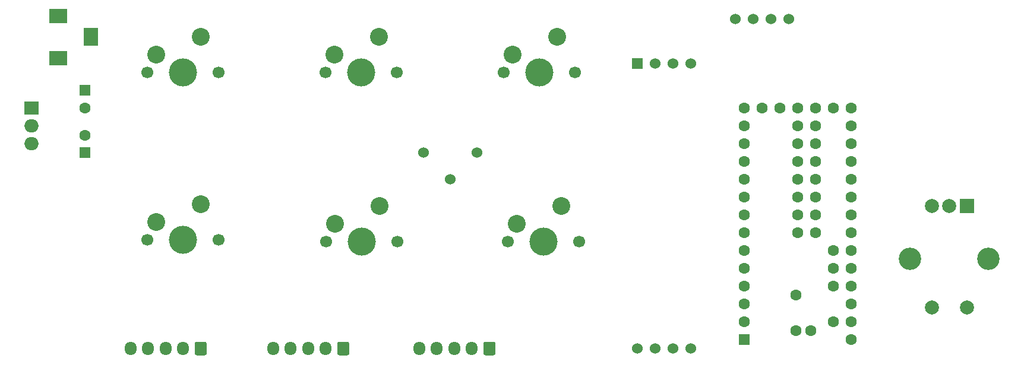
<source format=gbr>
%TF.GenerationSoftware,KiCad,Pcbnew,(5.1.9-0-10_14)*%
%TF.CreationDate,2021-02-22T19:48:58+01:00*%
%TF.ProjectId,DMXBox PCB,444d5842-6f78-4205-9043-422e6b696361,0.1*%
%TF.SameCoordinates,Original*%
%TF.FileFunction,Soldermask,Top*%
%TF.FilePolarity,Negative*%
%FSLAX46Y46*%
G04 Gerber Fmt 4.6, Leading zero omitted, Abs format (unit mm)*
G04 Created by KiCad (PCBNEW (5.1.9-0-10_14)) date 2021-02-22 19:48:58*
%MOMM*%
%LPD*%
G01*
G04 APERTURE LIST*
%ADD10C,1.600000*%
%ADD11R,1.600000X1.600000*%
%ADD12R,2.000000X2.600000*%
%ADD13R,2.600000X2.000000*%
%ADD14C,1.524000*%
%ADD15R,1.524000X1.524000*%
%ADD16O,1.700000X1.950000*%
%ADD17C,1.700000*%
%ADD18C,4.000000*%
%ADD19C,2.540000*%
%ADD20C,2.000000*%
%ADD21C,3.200000*%
%ADD22R,2.000000X2.000000*%
%ADD23R,2.000000X1.905000*%
%ADD24O,2.000000X1.905000*%
G04 APERTURE END LIST*
D10*
%TO.C,U1*%
X181610000Y-107950000D03*
X181610000Y-105410000D03*
X181380000Y-116840000D03*
X181610000Y-102870000D03*
X184150000Y-107950000D03*
X184150000Y-105410000D03*
X181610000Y-100330000D03*
X184150000Y-102870000D03*
X181610000Y-97790000D03*
X181610000Y-95250000D03*
X184150000Y-100330000D03*
X184150000Y-97790000D03*
X181610000Y-92710000D03*
X184150000Y-92710000D03*
X184150000Y-95250000D03*
X183510000Y-121920000D03*
X181380000Y-121920000D03*
D11*
X173990000Y-123190000D03*
D10*
X173990000Y-120650000D03*
X173990000Y-118110000D03*
X173990000Y-115570000D03*
X173990000Y-113030000D03*
X173990000Y-110490000D03*
X173990000Y-107950000D03*
X173990000Y-105410000D03*
X173990000Y-102870000D03*
X173990000Y-100330000D03*
X173990000Y-97790000D03*
X173990000Y-95250000D03*
X173990000Y-92710000D03*
X186690000Y-110490000D03*
X186690000Y-113030000D03*
X186690000Y-115570000D03*
X186690000Y-120650000D03*
X189230000Y-123190000D03*
X189230000Y-120650000D03*
X189230000Y-118110000D03*
X189230000Y-115570000D03*
X189230000Y-113030000D03*
X189230000Y-110490000D03*
X189230000Y-107950000D03*
X189230000Y-105410000D03*
X189230000Y-102870000D03*
X189230000Y-100330000D03*
X189230000Y-97790000D03*
X189230000Y-95250000D03*
X189230000Y-92710000D03*
X173990000Y-90170000D03*
X176530000Y-90170000D03*
X179070000Y-90170000D03*
X189230000Y-90170000D03*
X186690000Y-90170000D03*
X184150000Y-90170000D03*
X181610000Y-90170000D03*
%TD*%
D12*
%TO.C,6-24V1*%
X80900000Y-80010000D03*
D13*
X76200000Y-83010000D03*
X76200000Y-77010000D03*
%TD*%
D14*
%TO.C,A1*%
X166370000Y-124460000D03*
X163830000Y-124460000D03*
X161290000Y-124460000D03*
X158750000Y-124460000D03*
D15*
X158750000Y-83820000D03*
D14*
X161290000Y-83820000D03*
X163830000Y-83820000D03*
X166370000Y-83820000D03*
%TD*%
%TO.C,A2*%
X172720000Y-77470000D03*
X175260000Y-77470000D03*
X177800000Y-77470000D03*
X180340000Y-77470000D03*
%TD*%
D11*
%TO.C,C3*%
X80010000Y-87630000D03*
D10*
X80010000Y-90130000D03*
%TD*%
%TO.C,C4*%
X80010000Y-94020000D03*
D11*
X80010000Y-96520000D03*
%TD*%
%TO.C,J1*%
G36*
G01*
X117690000Y-123735000D02*
X117690000Y-125185000D01*
G75*
G02*
X117440000Y-125435000I-250000J0D01*
G01*
X116240000Y-125435000D01*
G75*
G02*
X115990000Y-125185000I0J250000D01*
G01*
X115990000Y-123735000D01*
G75*
G02*
X116240000Y-123485000I250000J0D01*
G01*
X117440000Y-123485000D01*
G75*
G02*
X117690000Y-123735000I0J-250000D01*
G01*
G37*
D16*
X114340000Y-124460000D03*
X111840000Y-124460000D03*
X109340000Y-124460000D03*
X106840000Y-124460000D03*
%TD*%
D14*
%TO.C,J2*%
X128270000Y-96520000D03*
X135890000Y-96520000D03*
X132080000Y-100330000D03*
%TD*%
%TO.C,J3*%
G36*
G01*
X97370000Y-123735000D02*
X97370000Y-125185000D01*
G75*
G02*
X97120000Y-125435000I-250000J0D01*
G01*
X95920000Y-125435000D01*
G75*
G02*
X95670000Y-125185000I0J250000D01*
G01*
X95670000Y-123735000D01*
G75*
G02*
X95920000Y-123485000I250000J0D01*
G01*
X97120000Y-123485000D01*
G75*
G02*
X97370000Y-123735000I0J-250000D01*
G01*
G37*
D16*
X94020000Y-124460000D03*
X91520000Y-124460000D03*
X89020000Y-124460000D03*
X86520000Y-124460000D03*
%TD*%
%TO.C,J4*%
X127675000Y-124460000D03*
X130175000Y-124460000D03*
X132675000Y-124460000D03*
X135175000Y-124460000D03*
G36*
G01*
X138525000Y-123735000D02*
X138525000Y-125185000D01*
G75*
G02*
X138275000Y-125435000I-250000J0D01*
G01*
X137075000Y-125435000D01*
G75*
G02*
X136825000Y-125185000I0J250000D01*
G01*
X136825000Y-123735000D01*
G75*
G02*
X137075000Y-123485000I250000J0D01*
G01*
X138275000Y-123485000D01*
G75*
G02*
X138525000Y-123735000I0J-250000D01*
G01*
G37*
%TD*%
D17*
%TO.C,SW1*%
X99060000Y-85090000D03*
X88900000Y-85090000D03*
D18*
X93980000Y-85090000D03*
D19*
X96520000Y-80010000D03*
X90170000Y-82550000D03*
%TD*%
D20*
%TO.C,SW2*%
X200740000Y-118640000D03*
X205740000Y-118640000D03*
D21*
X197640000Y-111640000D03*
X208840000Y-111640000D03*
D20*
X200740000Y-104140000D03*
X203240000Y-104140000D03*
D22*
X205740000Y-104140000D03*
%TD*%
D19*
%TO.C,SW3*%
X115697000Y-106680000D03*
X122047000Y-104140000D03*
D18*
X119507000Y-109220000D03*
D17*
X114427000Y-109220000D03*
X124587000Y-109220000D03*
%TD*%
D19*
%TO.C,SW4*%
X90170000Y-106426000D03*
X96520000Y-103886000D03*
D18*
X93980000Y-108966000D03*
D17*
X88900000Y-108966000D03*
X99060000Y-108966000D03*
%TD*%
%TO.C,SW5*%
X149860000Y-85090000D03*
X139700000Y-85090000D03*
D18*
X144780000Y-85090000D03*
D19*
X147320000Y-80010000D03*
X140970000Y-82550000D03*
%TD*%
%TO.C,SW6*%
X115570000Y-82550000D03*
X121920000Y-80010000D03*
D18*
X119380000Y-85090000D03*
D17*
X114300000Y-85090000D03*
X124460000Y-85090000D03*
%TD*%
%TO.C,SW7*%
X150495000Y-109220000D03*
X140335000Y-109220000D03*
D18*
X145415000Y-109220000D03*
D19*
X147955000Y-104140000D03*
X141605000Y-106680000D03*
%TD*%
D23*
%TO.C,U2*%
X72390000Y-90170000D03*
D24*
X72390000Y-92710000D03*
X72390000Y-95250000D03*
%TD*%
M02*

</source>
